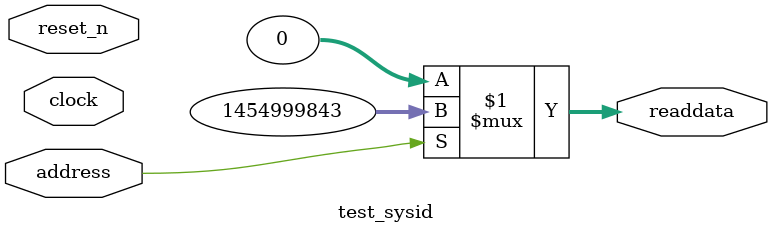
<source format=v>



// synthesis translate_off
`timescale 1ns / 1ps
// synthesis translate_on

// turn off superfluous verilog processor warnings 
// altera message_level Level1 
// altera message_off 10034 10035 10036 10037 10230 10240 10030 

module test_sysid (
               // inputs:
                address,
                clock,
                reset_n,

               // outputs:
                readdata
             )
;

  output  [ 31: 0] readdata;
  input            address;
  input            clock;
  input            reset_n;

  wire    [ 31: 0] readdata;
  //control_slave, which is an e_avalon_slave
  assign readdata = address ? 1454999843 : 0;

endmodule




</source>
